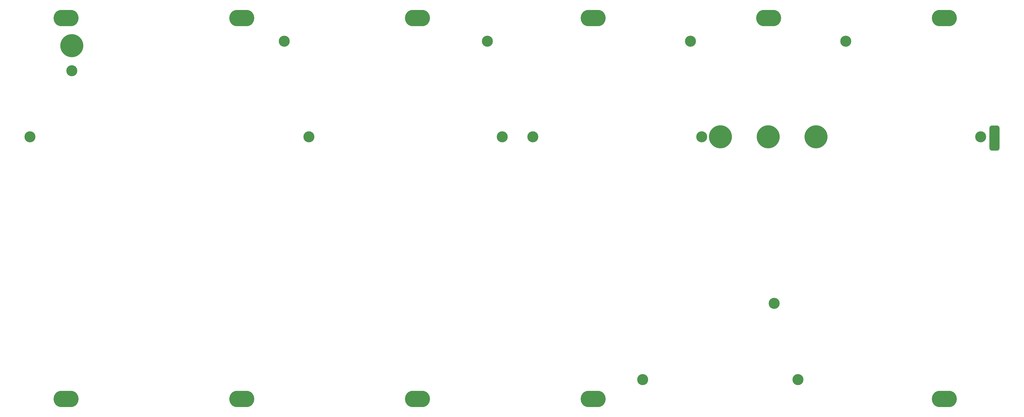
<source format=gbr>
%TF.GenerationSoftware,KiCad,Pcbnew,7.0.1*%
%TF.CreationDate,2023-03-27T00:24:39-04:00*%
%TF.ProjectId,3DP-FR4-plate-top-reset-cutout,3344502d-4652-4342-9d70-6c6174652d74,rev?*%
%TF.SameCoordinates,Original*%
%TF.FileFunction,Soldermask,Bot*%
%TF.FilePolarity,Negative*%
%FSLAX46Y46*%
G04 Gerber Fmt 4.6, Leading zero omitted, Abs format (unit mm)*
G04 Created by KiCad (PCBNEW 7.0.1) date 2023-03-27 00:24:39*
%MOMM*%
%LPD*%
G01*
G04 APERTURE LIST*
G04 Aperture macros list*
%AMRoundRect*
0 Rectangle with rounded corners*
0 $1 Rounding radius*
0 $2 $3 $4 $5 $6 $7 $8 $9 X,Y pos of 4 corners*
0 Add a 4 corners polygon primitive as box body*
4,1,4,$2,$3,$4,$5,$6,$7,$8,$9,$2,$3,0*
0 Add four circle primitives for the rounded corners*
1,1,$1+$1,$2,$3*
1,1,$1+$1,$4,$5*
1,1,$1+$1,$6,$7*
1,1,$1+$1,$8,$9*
0 Add four rect primitives between the rounded corners*
20,1,$1+$1,$2,$3,$4,$5,0*
20,1,$1+$1,$4,$5,$6,$7,0*
20,1,$1+$1,$6,$7,$8,$9,0*
20,1,$1+$1,$8,$9,$2,$3,0*%
G04 Aperture macros list end*
%ADD10O,10.000000X6.500000*%
%ADD11C,4.400000*%
%ADD12C,9.200000*%
%ADD13RoundRect,1.000000X1.000000X4.000000X-1.000000X4.000000X-1.000000X-4.000000X1.000000X-4.000000X0*%
G04 APERTURE END LIST*
D10*
%TO.C,H8*%
X93000000Y-157200000D03*
%TD*%
%TO.C,H6*%
X373000000Y-5375000D03*
%TD*%
D11*
%TO.C,H20*%
X276262300Y-52712500D03*
%TD*%
D10*
%TO.C,H11*%
X373000000Y-157200000D03*
%TD*%
%TO.C,H10*%
X233000000Y-157200000D03*
%TD*%
D12*
%TO.C,H26*%
X283725500Y-52712500D03*
%TD*%
%TO.C,H28*%
X321825500Y-52712500D03*
%TD*%
D11*
%TO.C,H14*%
X109894250Y-14675000D03*
%TD*%
D10*
%TO.C,H4*%
X233000000Y-5375000D03*
%TD*%
%TO.C,H1*%
X23000000Y-5375000D03*
%TD*%
D11*
%TO.C,H21*%
X333731750Y-14675000D03*
%TD*%
%TO.C,H24*%
X305157000Y-119100000D03*
%TD*%
%TO.C,H16*%
X190856750Y-14675000D03*
%TD*%
D10*
%TO.C,H7*%
X23000000Y-157200000D03*
%TD*%
D11*
%TO.C,H18*%
X208963000Y-52712500D03*
%TD*%
%TO.C,H15*%
X119763000Y-52712500D03*
%TD*%
D10*
%TO.C,H3*%
X163000000Y-5375000D03*
%TD*%
D11*
%TO.C,H13*%
X25263000Y-26375000D03*
%TD*%
%TO.C,H17*%
X196762300Y-52712500D03*
%TD*%
D12*
%TO.C,H29*%
X25263000Y-16375000D03*
%TD*%
D11*
%TO.C,H25*%
X314681750Y-149531112D03*
%TD*%
%TO.C,H19*%
X271819250Y-14675000D03*
%TD*%
D12*
%TO.C,H27*%
X302775500Y-52712500D03*
%TD*%
D10*
%TO.C,H2*%
X93000000Y-5375000D03*
%TD*%
D11*
%TO.C,H12*%
X8563000Y-52712500D03*
%TD*%
%TO.C,H23*%
X252769250Y-149531112D03*
%TD*%
%TO.C,H22*%
X387437000Y-52712500D03*
%TD*%
D10*
%TO.C,H5*%
X303000000Y-5375000D03*
%TD*%
%TO.C,H9*%
X163000000Y-157200000D03*
%TD*%
D13*
%TO.C,TP1*%
X393000000Y-53250000D03*
%TD*%
M02*

</source>
